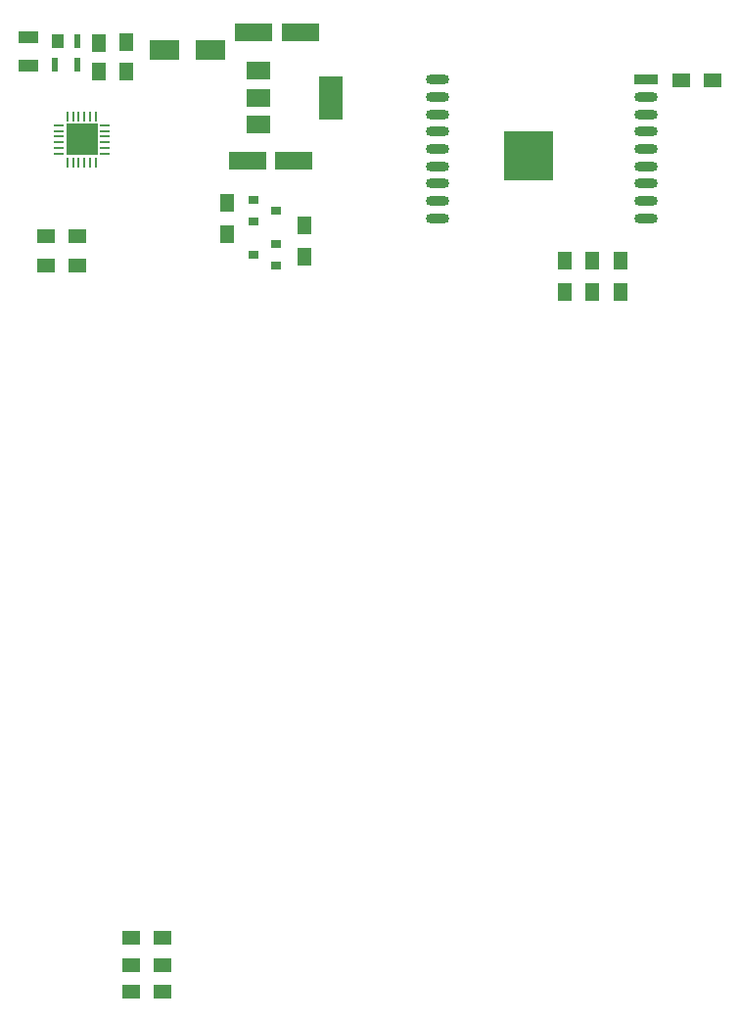
<source format=gbp>
G04 #@! TF.FileFunction,Paste,Bot*
%FSLAX46Y46*%
G04 Gerber Fmt 4.6, Leading zero omitted, Abs format (unit mm)*
G04 Created by KiCad (PCBNEW 4.0.7) date Monday, 12 '12e' March '12e' 2018, 16:25:27*
%MOMM*%
%LPD*%
G01*
G04 APERTURE LIST*
%ADD10C,0.100000*%
%ADD11O,2.000000X0.900000*%
%ADD12R,2.000000X0.900000*%
%ADD13R,4.300000X4.300000*%
%ADD14R,1.300000X1.500000*%
%ADD15R,2.000000X3.800000*%
%ADD16R,2.000000X1.500000*%
%ADD17R,3.200000X1.500000*%
%ADD18R,1.500000X1.300000*%
%ADD19R,1.250000X1.500000*%
%ADD20R,2.500000X1.800000*%
%ADD21R,1.800000X1.000000*%
%ADD22R,0.900000X0.800000*%
%ADD23R,0.810000X0.270000*%
%ADD24R,0.270000X0.810000*%
%ADD25R,2.700000X2.700000*%
%ADD26R,0.990000X1.300000*%
%ADD27R,0.590000X1.300000*%
G04 APERTURE END LIST*
D10*
D11*
X128490000Y-55390000D03*
X146490000Y-55390000D03*
D12*
X146490000Y-43390000D03*
D11*
X146490000Y-44890000D03*
X146490000Y-46390000D03*
X146490000Y-47890000D03*
X146490000Y-49390000D03*
X146490000Y-50890000D03*
X146490000Y-52390000D03*
X146490000Y-53890000D03*
X128490000Y-53890000D03*
X128490000Y-52390000D03*
X128490000Y-50890000D03*
X128490000Y-49390000D03*
X128490000Y-47890000D03*
X128490000Y-46390000D03*
X128490000Y-44890000D03*
X128490000Y-43390000D03*
D13*
X136370000Y-49970000D03*
D14*
X144340000Y-61740000D03*
X144340000Y-59040000D03*
D15*
X119250000Y-44950000D03*
D16*
X112950000Y-44950000D03*
X112950000Y-42650000D03*
X112950000Y-47250000D03*
D17*
X116040000Y-50390000D03*
X112040000Y-50390000D03*
D18*
X149590000Y-43440000D03*
X152290000Y-43440000D03*
D19*
X99155000Y-42714999D03*
X99155000Y-40214999D03*
X101550000Y-42700000D03*
X101550000Y-40200000D03*
D20*
X108850000Y-40850000D03*
X104850000Y-40850000D03*
D21*
X93050000Y-42200000D03*
X93050000Y-39700000D03*
D22*
X112517052Y-55673168D03*
X112517052Y-53773168D03*
X114517052Y-54723168D03*
X114517052Y-57573168D03*
X114517052Y-59473168D03*
X112517052Y-58523168D03*
D14*
X141890000Y-59040000D03*
X141890000Y-61740000D03*
X139490000Y-61740000D03*
X139490000Y-59040000D03*
X116967052Y-56023168D03*
X116967052Y-58723168D03*
X110267052Y-56723168D03*
X110267052Y-54023168D03*
D18*
X104640000Y-119940000D03*
X101940000Y-119940000D03*
X104640000Y-117540000D03*
X101940000Y-117540000D03*
X104640000Y-122240000D03*
X101940000Y-122240000D03*
D23*
X95735000Y-49830000D03*
X95735000Y-49330000D03*
X95735000Y-48830000D03*
X95735000Y-48330000D03*
X95735000Y-47830000D03*
X95735000Y-47330000D03*
D24*
X96440000Y-46625000D03*
X96940000Y-46625000D03*
X97440000Y-46625000D03*
X97940000Y-46625000D03*
X98440000Y-46625000D03*
X98940000Y-46625000D03*
D23*
X99645000Y-47330000D03*
X99645000Y-47830000D03*
X99645000Y-48330000D03*
X99645000Y-48830000D03*
X99645000Y-49330000D03*
X99645000Y-49830000D03*
D24*
X98940000Y-50535000D03*
X98440000Y-50535000D03*
X97940000Y-50535000D03*
X97440000Y-50535000D03*
X96940000Y-50535000D03*
X96440000Y-50535000D03*
D25*
X97710000Y-48560000D03*
D26*
X95590000Y-40075000D03*
D27*
X97310000Y-40075000D03*
X97310000Y-42125000D03*
X95390000Y-42125000D03*
D17*
X112580000Y-39340000D03*
X116580000Y-39340000D03*
D18*
X94590000Y-59440000D03*
X97290000Y-59440000D03*
X94590000Y-56890000D03*
X97290000Y-56890000D03*
M02*

</source>
